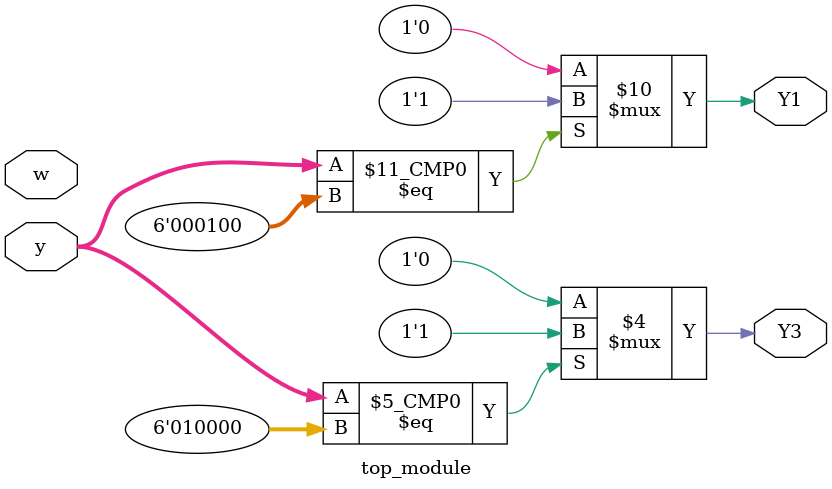
<source format=sv>
module top_module (
	input [5:0] y,
	input w,
	output Y1,
	output Y3
);

reg Y1;
reg Y3;

always @(y) begin
	case(y)
		6'b000001: begin
			Y1 <= 0;
			Y3 <= 0;
		end
		6'b000010: begin
			Y1 <= 0;
			Y3 <= 0;
		end
		6'b000100: begin
			Y1 <= 1;
			Y3 <= 0;
		end
		6'b001000: begin
			Y1 <= 0;
			Y3 <= 0;
		end
		6'b010000: begin
			Y1 <= 0;
			Y3 <= 1;
		end
		6'b100000: begin
			Y1 <= 0;
			Y3 <= 0;
		end
		default: begin
			Y1 <= 0;
			Y3 <= 0;
		end
	endcase
end

endmodule

</source>
